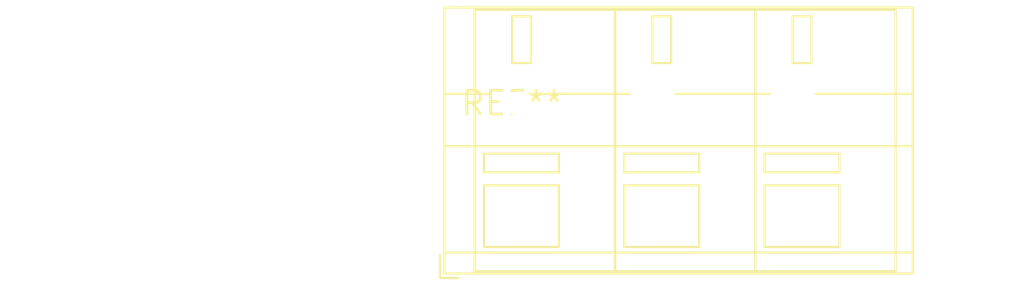
<source format=kicad_pcb>
(kicad_pcb (version 20240108) (generator pcbnew)
  (layers (0 "F.Cu" signal) (31 "B.Cu" signal) (34 "B.Paste" user) (35 "F.Paste" user) (36 "B.SilkS" user "B.Silkscreen") (37 "F.SilkS" user "F.Silkscreen") (38 "B.Mask" user) (39 "F.Mask" user) (44 "Edge.Cuts" user))
  (net 0 "")
  (footprint "TerminalBlock_WAGO_236-203_1x03_P7.50mm_45Degree" (layer "F.Cu") (at 0 0)
    (property "Reference" "REF**")
    (property "Value" "TerminalBlock_WAGO_236-203_1x03_P7.50mm_45Degree")
    (fp_line (start -3.86 8.12) (end -3.86 9.36) (layer "F.SilkS") (stroke (width 0.12)))
    (fp_line (start -3.86 9.36) (end -2.86 9.36) (layer "F.SilkS") (stroke (width 0.12)))
    (fp_line (start -3.62 -5.12) (end -3.62 9.12) (layer "F.SilkS") (stroke (width 0.12)))
    (fp_line (start -3.62 -5.12) (end 21.42 -5.12) (layer "F.SilkS") (stroke (width 0.12)))
    (fp_line (start -3.62 -0.5) (end -1.23 -0.5) (layer "F.SilkS") (stroke (width 0.12)))
    (fp_line (start -3.62 2.3) (end 21.42 2.3) (layer "F.SilkS") (stroke (width 0.12)))
    (fp_line (start -3.62 8) (end 21.42 8) (layer "F.SilkS") (stroke (width 0.12)))
    (fp_line (start -3.62 9.12) (end 21.42 9.12) (layer "F.SilkS") (stroke (width 0.12)))
    (fp_line (start -2 -5) (end -2 9) (layer "F.SilkS") (stroke (width 0.12)))
    (fp_line (start -2 -5) (end 5.5 -5) (layer "F.SilkS") (stroke (width 0.12)))
    (fp_line (start -2 9) (end 5.5 9) (layer "F.SilkS") (stroke (width 0.12)))
    (fp_line (start -1.5 2.7) (end -1.5 3.7) (layer "F.SilkS") (stroke (width 0.12)))
    (fp_line (start -1.5 2.7) (end 2.5 2.7) (layer "F.SilkS") (stroke (width 0.12)))
    (fp_line (start -1.5 3.7) (end 2.5 3.7) (layer "F.SilkS") (stroke (width 0.12)))
    (fp_line (start -1.5 4.4) (end -1.5 7.7) (layer "F.SilkS") (stroke (width 0.12)))
    (fp_line (start -1.5 4.4) (end 2.5 4.4) (layer "F.SilkS") (stroke (width 0.12)))
    (fp_line (start -1.5 7.7) (end 2.5 7.7) (layer "F.SilkS") (stroke (width 0.12)))
    (fp_line (start 0 -4.65) (end 0 -2.151) (layer "F.SilkS") (stroke (width 0.12)))
    (fp_line (start 0 -4.65) (end 1 -4.65) (layer "F.SilkS") (stroke (width 0.12)))
    (fp_line (start 0 -2.151) (end 1 -2.151) (layer "F.SilkS") (stroke (width 0.12)))
    (fp_line (start 1 -4.65) (end 1 -2.151) (layer "F.SilkS") (stroke (width 0.12)))
    (fp_line (start 1.23 -0.5) (end 6.27 -0.5) (layer "F.SilkS") (stroke (width 0.12)))
    (fp_line (start 2.5 2.7) (end 2.5 3.7) (layer "F.SilkS") (stroke (width 0.12)))
    (fp_line (start 2.5 4.4) (end 2.5 7.7) (layer "F.SilkS") (stroke (width 0.12)))
    (fp_line (start 5.5 -5) (end 5.5 9) (layer "F.SilkS") (stroke (width 0.12)))
    (fp_line (start 5.5 -5) (end 5.5 9) (layer "F.SilkS") (stroke (width 0.12)))
    (fp_line (start 5.5 -5) (end 13 -5) (layer "F.SilkS") (stroke (width 0.12)))
    (fp_line (start 5.5 9) (end 13 9) (layer "F.SilkS") (stroke (width 0.12)))
    (fp_line (start 6 2.7) (end 6 3.7) (layer "F.SilkS") (stroke (width 0.12)))
    (fp_line (start 6 2.7) (end 10 2.7) (layer "F.SilkS") (stroke (width 0.12)))
    (fp_line (start 6 3.7) (end 10 3.7) (layer "F.SilkS") (stroke (width 0.12)))
    (fp_line (start 6 4.4) (end 6 7.7) (layer "F.SilkS") (stroke (width 0.12)))
    (fp_line (start 6 4.4) (end 10 4.4) (layer "F.SilkS") (stroke (width 0.12)))
    (fp_line (start 6 7.7) (end 10 7.7) (layer "F.SilkS") (stroke (width 0.12)))
    (fp_line (start 7.5 -4.65) (end 7.5 -2.151) (layer "F.SilkS") (stroke (width 0.12)))
    (fp_line (start 7.5 -4.65) (end 8.5 -4.65) (layer "F.SilkS") (stroke (width 0.12)))
    (fp_line (start 7.5 -2.151) (end 8.5 -2.151) (layer "F.SilkS") (stroke (width 0.12)))
    (fp_line (start 8.5 -4.65) (end 8.5 -2.151) (layer "F.SilkS") (stroke (width 0.12)))
    (fp_line (start 8.73 -0.5) (end 13.77 -0.5) (layer "F.SilkS") (stroke (width 0.12)))
    (fp_line (start 10 2.7) (end 10 3.7) (layer "F.SilkS") (stroke (width 0.12)))
    (fp_line (start 10 4.4) (end 10 7.7) (layer "F.SilkS") (stroke (width 0.12)))
    (fp_line (start 13 -5) (end 13 9) (layer "F.SilkS") (stroke (width 0.12)))
    (fp_line (start 13 -5) (end 13 9) (layer "F.SilkS") (stroke (width 0.12)))
    (fp_line (start 13 -5) (end 20.5 -5) (layer "F.SilkS") (stroke (width 0.12)))
    (fp_line (start 13 9) (end 20.5 9) (layer "F.SilkS") (stroke (width 0.12)))
    (fp_line (start 13.5 2.7) (end 13.5 3.7) (layer "F.SilkS") (stroke (width 0.12)))
    (fp_line (start 13.5 2.7) (end 17.5 2.7) (layer "F.SilkS") (stroke (width 0.12)))
    (fp_line (start 13.5 3.7) (end 17.5 3.7) (layer "F.SilkS") (stroke (width 0.12)))
    (fp_line (start 13.5 4.4) (end 13.5 7.7) (layer "F.SilkS") (stroke (width 0.12)))
    (fp_line (start 13.5 4.4) (end 17.5 4.4) (layer "F.SilkS") (stroke (width 0.12)))
    (fp_line (start 13.5 7.7) (end 17.5 7.7) (layer "F.SilkS") (stroke (width 0.12)))
    (fp_line (start 15 -4.65) (end 15 -2.151) (layer "F.SilkS") (stroke (width 0.12)))
    (fp_line (start 15 -4.65) (end 16 -4.65) (layer "F.SilkS") (stroke (width 0.12)))
    (fp_line (start 15 -2.151) (end 16 -2.151) (layer "F.SilkS") (stroke (width 0.12)))
    (fp_line (start 16 -4.65) (end 16 -2.151) (layer "F.SilkS") (stroke (width 0.12)))
    (fp_line (start 16.23 -0.5) (end 21.42 -0.5) (layer "F.SilkS") (stroke (width 0.12)))
    (fp_line (start 17.5 2.7) (end 17.5 3.7) (layer "F.SilkS") (stroke (width 0.12)))
    (fp_line (start 17.5 4.4) (end 17.5 7.7) (layer "F.SilkS") (stroke (width 0.12)))
    (fp_line (start 20.5 -5) (end 20.5 9) (layer "F.SilkS") (stroke (width 0.12)))
    (fp_line (start 21.42 -5.12) (end 21.42 9.12) (layer "F.SilkS") (stroke (width 0.12)))
    (pad "1" thru_hole rect (at 0 0) (size 1.5 3) (drill 1.15) (layers *.Cu *.Mask) (remove_unused_layers))
    (pad "2" thru_hole oval (at 7.5 0) (size 1.5 3) (drill 1.15) (layers *.Cu *.Mask) (remove_unused_layers))
    (pad "3" thru_hole oval (at 15 0) (size 1.5 3) (drill 1.15) (layers *.Cu *.Mask) (remove_unused_layers))
  )
)
</source>
